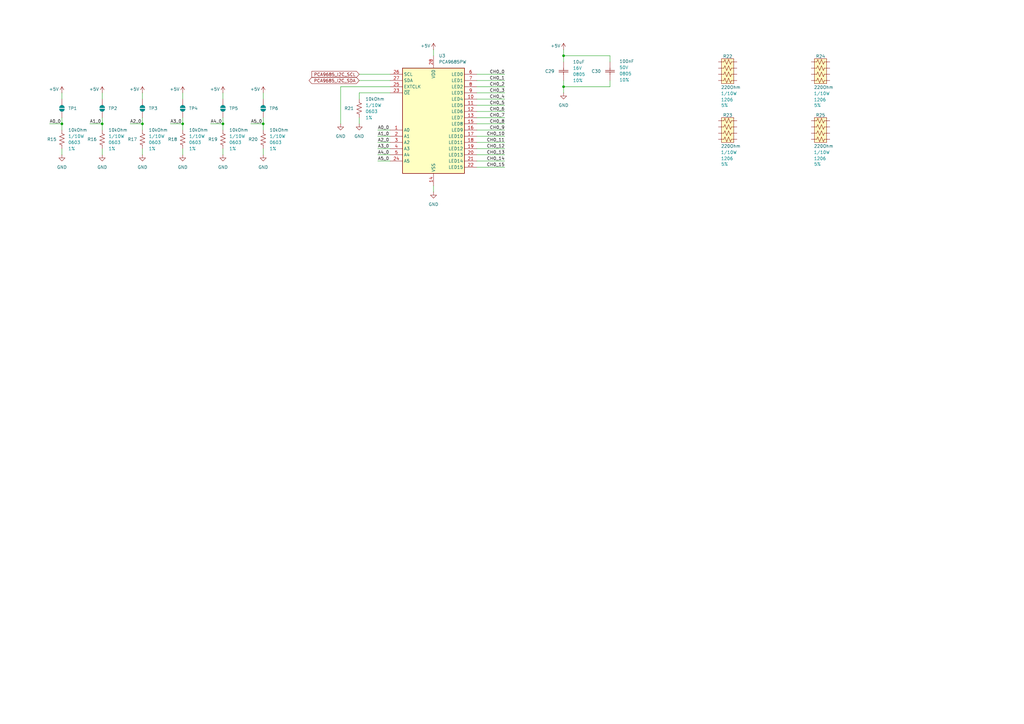
<source format=kicad_sch>
(kicad_sch (version 20250114) (generator "eeschema") (generator_version "9.0")
  (paper "A3")
  (title_block (title "SERVO DRIVERS") (date "2025-06-30"))
  (lib_symbols
    (symbol "automative_hexapod:Ceramic_Cap_0805_100nF_50V" (pin_numbers (hide yes)) (pin_names (hide yes))
      (property "Reference" "C" (at -1.524 2.794 0))
      (property "Value" "100nF" (at 0.508 -3.556 0))
      (property "Value 2" "50V" (at -0.762 -5.334 0))
      (property "Value 3" "0805" (at 0 -7.112 0))
      (property "Value 4" "10%" (at -0.508 -8.89 0))
      (symbol "Ceramic_Cap_0805_100nF_50V_1_1"
        (polyline (pts (xy -1.27 0) (xy -0.3302 0)) (stroke (width 0.2032)))
        (polyline (pts (xy -0.3302 -1.905) (xy -0.3302 1.905)) (stroke (width 0.2032)))
        (polyline (pts (xy 0.3048 0) (xy 1.27 0)) (stroke (width 0.2032)))
        (polyline (pts (xy 0.3048 -1.905) (xy 0.3048 1.905)) (stroke (width 0.2032)))
        (pin unspecified line (at -3.81 0 0) (length 2.54) (name "") (number "1"))
        (pin unspecified line (at 3.81 0 180) (length 2.54) (name "") (number "2"))
      )
    )
    (symbol "automative_hexapod:Ceramic_Cap_0805_10uF_16V" (pin_numbers (hide yes)) (pin_names (hide yes))
      (property "Reference" "C" (at -1.524 2.794 0))
      (property "Value" "10uF" (at 0.762 -3.048 0))
      (property "Value 2" "16V" (at 0.254 -4.826 0))
      (property "Value 3" "0805" (at 1.016 -6.604 0))
      (property "Value 4" "10%" (at 0.508 -8.382 0))
      (symbol "Ceramic_Cap_0805_10uF_16V_1_1"
        (polyline (pts (xy -1.27 0) (xy -0.3302 0)) (stroke (width 0.2032)))
        (polyline (pts (xy -0.3302 -1.905) (xy -0.3302 1.905)) (stroke (width 0.2032)))
        (polyline (pts (xy 0.3048 0) (xy 1.27 0)) (stroke (width 0.2032)))
        (polyline (pts (xy 0.3048 -1.905) (xy 0.3048 1.905)) (stroke (width 0.2032)))
        (pin unspecified line (at -3.81 0 0) (length 2.54) (name "") (number "1"))
        (pin unspecified line (at 3.81 0 180) (length 2.54) (name "") (number "2"))
      )
    )
    (symbol "automative_hexapod:Jumper_Open" (pin_numbers (hide yes)) (pin_names (hide yes))
      (property "Reference" "TP" (at 0.254 2.286 0))
      (symbol "Jumper_Open_0_1"
        (polyline (pts (xy -0.254 -1.016) (xy -0.254 1.016)) (stroke (width 0) (color 0 132 132 1)))
        (polyline (pts (xy 0.254 1.016) (xy 0.254 -1.016)) (stroke (width 0) (color 0 132 132 1)))
      )
      (symbol "Jumper_Open_1_1"
        (arc (start -0.254 -1.016) (mid -1.27 0) (end -0.254 1.016) (stroke (width 0) (color 0 132 132 1)) (fill (type outline)))
        (arc (start 0.254 1.016) (mid 1.27 0) (end 0.254 -1.016) (stroke (width 0) (color 0 132 132 1)) (fill (type outline)))
        (pin input line (at -3.81 0 0) (length 2.54) (name "1") (number "1"))
        (pin input line (at 3.81 0 180) (length 2.54) (name "2") (number "2"))
      )
    )
    (symbol "automative_hexapod:PCA9685PW"
      (property "Reference" "U" (at -12.7 22.225 0))
      (property "Value" "PCA9685PW" (at 1.27 22.225 0))
      (symbol "PCA9685PW_0_1"
        (rectangle (start -12.7 20.32) (end 12.7 -22.86) (stroke (width 0.254)) (fill (type background)))
      )
      (symbol "PCA9685PW_1_1"
        (pin input line (at -17.78 17.78 0) (length 5.08) (name "SCL") (number "26"))
        (pin bidirectional line (at -17.78 15.24 0) (length 5.08) (name "SDA") (number "27"))
        (pin input line (at -17.78 12.7 0) (length 5.08) (name "EXTCLK") (number "25"))
        (pin input line (at -17.78 10.16 0) (length 5.08) (name "~{OE}") (number "23"))
        (pin input line (at -17.78 -5.08 0) (length 5.08) (name "A0") (number "1"))
        (pin input line (at -17.78 -7.62 0) (length 5.08) (name "A1") (number "2"))
        (pin input line (at -17.78 -10.16 0) (length 5.08) (name "A2") (number "3"))
        (pin input line (at -17.78 -12.7 0) (length 5.08) (name "A3") (number "4"))
        (pin input line (at -17.78 -15.24 0) (length 5.08) (name "A4") (number "5"))
        (pin input line (at -17.78 -17.78 0) (length 5.08) (name "A5") (number "24"))
        (pin power_in line (at 0 25.4 270) (length 5.08) (name "VDD") (number "28"))
        (pin power_in line (at 0 -27.94 90) (length 5.08) (name "VSS") (number "14"))
        (pin output line (at 17.78 17.78 180) (length 5.08) (name "LED0") (number "6"))
        (pin output line (at 17.78 15.24 180) (length 5.08) (name "LED1") (number "7"))
        (pin output line (at 17.78 12.7 180) (length 5.08) (name "LED2") (number "8"))
        (pin output line (at 17.78 10.16 180) (length 5.08) (name "LED3") (number "9"))
        (pin output line (at 17.78 7.62 180) (length 5.08) (name "LED4") (number "10"))
        (pin output line (at 17.78 5.08 180) (length 5.08) (name "LED5") (number "11"))
        (pin output line (at 17.78 2.54 180) (length 5.08) (name "LED6") (number "12"))
        (pin output line (at 17.78 0 180) (length 5.08) (name "LED7") (number "13"))
        (pin output line (at 17.78 -2.54 180) (length 5.08) (name "LED8") (number "15"))
        (pin output line (at 17.78 -5.08 180) (length 5.08) (name "LED9") (number "16"))
        (pin output line (at 17.78 -7.62 180) (length 5.08) (name "LED10") (number "17"))
        (pin output line (at 17.78 -10.16 180) (length 5.08) (name "LED11") (number "18"))
        (pin output line (at 17.78 -12.7 180) (length 5.08) (name "LED12") (number "19"))
        (pin output line (at 17.78 -15.24 180) (length 5.08) (name "LED13") (number "20"))
        (pin output line (at 17.78 -17.78 180) (length 5.08) (name "LED14") (number "21"))
        (pin output line (at 17.78 -20.32 180) (length 5.08) (name "LED15") (number "22"))
      )
    )
    (symbol "automative_hexapod:Res_10K_0603_1%" (pin_numbers (hide yes)) (pin_names (hide yes))
      (property "Reference" "R" (at 0 2.54 0))
      (property "Value" "10kOhm" (at 0.508 -3.556 0))
      (property "Value 2" "1/10W" (at -0.508 -5.334 0))
      (property "Value 3" "0603" (at -0.762 -7.112 0))
      (property "Value 4" "1%" (at -1.778 -8.89 0))
      (symbol "Res_10K_0603_1%_0_1"
        (polyline (pts (xy -2.286 0) (xy -2.54 0)))
        (polyline (pts (xy -2.286 0) (xy -1.905 1.016) (xy -1.524 0) (xy -1.143 -1.016) (xy -0.762 0)))
        (polyline (pts (xy 0.762 0) (xy 1.143 1.016) (xy 1.524 0) (xy 1.905 -1.016) (xy 2.286 0)))
        (polyline (pts (xy 2.286 0) (xy 2.54 0)))
      )
      (symbol "Res_10K_0603_1%_1_1"
        (polyline (pts (xy -0.762 0) (xy -0.381 1.016) (xy 0 0) (xy 0.381 -1.016) (xy 0.762 0)))
        (pin passive line (at -3.81 0 0) (length 1.27) (name "~") (number "1"))
        (pin passive line (at 3.81 0 180) (length 1.27) (name "~") (number "2"))
      )
    )
    (symbol "automative_hexapod:Res_220_4D03_5%" (pin_numbers (hide yes)) (pin_names (offset 0.254) (hide yes))
      (property "Reference" "R" (at -7.112 0.254 0))
      (property "Value" "220Ohm" (at 6.604 3.048 0))
      (property "Value 2" "1/10W" (at 9.906 0.762 0))
      (property "Value 3" "1206" (at 9.144 -1.27 0))
      (property "Value 4" "5%" (at 8.128 -3.302 0))
      (symbol "Res_220_4D03_5%_0_1"
        (polyline (pts (xy -3.81 1.524) (xy -3.81 2.54)))
        (polyline (pts (xy -3.81 -2.54) (xy -3.81 -1.524)))
        (polyline (pts (xy -1.27 1.524) (xy -1.27 2.54)))
        (polyline (pts (xy -1.27 -2.54) (xy -1.27 -1.524)))
        (polyline (pts (xy 1.27 1.524) (xy 1.27 2.54)))
        (polyline (pts (xy 1.27 -2.54) (xy 1.27 -1.524)))
        (polyline (pts (xy 3.81 1.524) (xy 3.81 2.54)))
        (polyline (pts (xy 3.81 -2.54) (xy 3.81 -1.524)))
      )
      (symbol "Res_220_4D03_5%_1_1"
        (rectangle (start -5.08 2.54) (end 5.08 -2.54) (fill (type background)))
        (polyline (pts (xy -3.81 1.524) (xy -2.794 1.143) (xy -3.81 0.762) (xy -4.826 0.381) (xy -3.81 0)))
        (polyline (pts (xy -3.81 0) (xy -2.794 -0.381) (xy -3.81 -0.762) (xy -4.826 -1.143) (xy -3.81 -1.524)))
        (polyline (pts (xy -1.27 1.524) (xy -0.254 1.143) (xy -1.27 0.762) (xy -2.286 0.381) (xy -1.27 0)))
        (polyline (pts (xy -1.27 0) (xy -0.254 -0.381) (xy -1.27 -0.762) (xy -2.286 -1.143) (xy -1.27 -1.524)))
        (polyline (pts (xy 1.27 1.524) (xy 2.286 1.143) (xy 1.27 0.762) (xy 0.254 0.381) (xy 1.27 0)))
        (polyline (pts (xy 1.27 0) (xy 2.286 -0.381) (xy 1.27 -0.762) (xy 0.254 -1.143) (xy 1.27 -1.524)))
        (polyline (pts (xy 3.81 1.524) (xy 4.826 1.143) (xy 3.81 0.762) (xy 2.794 0.381) (xy 3.81 0)))
        (polyline (pts (xy 3.81 0) (xy 4.826 -0.381) (xy 3.81 -0.762) (xy 2.794 -1.143) (xy 3.81 -1.524)))
        (pin passive line (at -3.81 3.81 270) (length 1.27) (name "~") (number "1"))
        (pin passive line (at -3.81 -3.81 90) (length 1.27) (name "~") (number "8"))
        (pin passive line (at -1.27 3.81 270) (length 1.27) (name "~") (number "2"))
        (pin passive line (at -1.27 -3.81 90) (length 1.27) (name "~") (number "7"))
        (pin passive line (at 1.27 3.81 270) (length 1.27) (name "~") (number "3"))
        (pin passive line (at 1.27 -3.81 90) (length 1.27) (name "~") (number "6"))
        (pin passive line (at 3.81 3.81 270) (length 1.27) (name "~") (number "4"))
        (pin passive line (at 3.81 -3.81 90) (length 1.27) (name "~") (number "5"))
      )
    )
    (symbol "power:+5V" (power) (pin_numbers (hide yes)) (pin_names (offset 0) (hide yes))
      (property "Value" "+5V" (at 0 3.556 0))
      (symbol "+5V_0_1"
        (polyline (pts (xy -0.762 1.27) (xy 0 2.54)))
        (polyline (pts (xy 0 2.54) (xy 0.762 1.27)))
        (polyline (pts (xy 0 0) (xy 0 2.54)))
      )
      (symbol "+5V_1_1"
        (pin power_in line (at 0 0 90) (length 0) (name "~") (number "1"))
      )
    )
    (symbol "power:GND" (power) (pin_numbers (hide yes)) (pin_names (offset 0) (hide yes))
      (property "Value" "GND" (at 0 -3.81 0))
      (symbol "GND_0_1"
        (polyline (pts (xy 0 0) (xy 0 -1.27) (xy 1.27 -1.27) (xy 0 -2.54) (xy -1.27 -1.27) (xy 0 -1.27)))
      )
      (symbol "GND_1_1"
        (pin power_in line (at 0 0 270) (length 0) (name "~") (number "1"))
      )
    )
  )
  (junction (at 231.14 35.56))
  (junction (at 25.4 50.8))
  (junction (at 107.95 50.8))
  (junction (at 91.44 50.8))
  (junction (at 41.91 50.8))
  (junction (at 231.14 22.86))
  (junction (at 74.93 50.8))
  (junction (at 58.42 50.8))
  (wire (pts (xy 177.8 20.32) (xy 177.8 22.86)))
  (wire (pts (xy 91.44 63.5) (xy 91.44 60.96)))
  (wire (pts (xy 91.44 38.1) (xy 91.44 40.64)))
  (wire (pts (xy 74.93 38.1) (xy 74.93 40.64)))
  (wire (pts (xy 195.58 43.18) (xy 207.01 43.18)))
  (wire (pts (xy 53.34 50.8) (xy 58.42 50.8)))
  (wire (pts (xy 74.93 63.5) (xy 74.93 60.96)))
  (wire (pts (xy 58.42 50.8) (xy 58.42 53.34)))
  (wire (pts (xy 107.95 50.8) (xy 107.95 53.34)))
  (wire (pts (xy 154.94 60.96) (xy 160.02 60.96)))
  (wire (pts (xy 154.94 58.42) (xy 160.02 58.42)))
  (wire (pts (xy 231.14 20.32) (xy 231.14 22.86)))
  (wire (pts (xy 139.7 35.56) (xy 160.02 35.56)))
  (wire (pts (xy 195.58 35.56) (xy 207.01 35.56)))
  (wire (pts (xy 41.91 48.26) (xy 41.91 50.8)))
  (wire (pts (xy 195.58 53.34) (xy 207.01 53.34)))
  (wire (pts (xy 86.36 50.8) (xy 91.44 50.8)))
  (wire (pts (xy 25.4 50.8) (xy 25.4 53.34)))
  (wire (pts (xy 195.58 63.5) (xy 207.01 63.5)))
  (wire (pts (xy 195.58 66.04) (xy 207.01 66.04)))
  (wire (pts (xy 231.14 33.02) (xy 231.14 35.56)))
  (wire (pts (xy 195.58 40.64) (xy 207.01 40.64)))
  (wire (pts (xy 195.58 38.1) (xy 207.01 38.1)))
  (wire (pts (xy 25.4 63.5) (xy 25.4 60.96)))
  (wire (pts (xy 36.83 50.8) (xy 41.91 50.8)))
  (wire (pts (xy 231.14 22.86) (xy 231.14 25.4)))
  (wire (pts (xy 195.58 33.02) (xy 207.01 33.02)))
  (wire (pts (xy 58.42 63.5) (xy 58.42 60.96)))
  (wire (pts (xy 147.32 40.64) (xy 147.32 38.1)))
  (wire (pts (xy 41.91 38.1) (xy 41.91 40.64)))
  (wire (pts (xy 102.87 50.8) (xy 107.95 50.8)))
  (wire (pts (xy 74.93 50.8) (xy 74.93 53.34)))
  (wire (pts (xy 107.95 38.1) (xy 107.95 40.64)))
  (wire (pts (xy 195.58 50.8) (xy 207.01 50.8)))
  (wire (pts (xy 58.42 38.1) (xy 58.42 40.64)))
  (wire (pts (xy 250.19 35.56) (xy 250.19 33.02)))
  (wire (pts (xy 195.58 60.96) (xy 207.01 60.96)))
  (wire (pts (xy 195.58 30.48) (xy 207.01 30.48)))
  (wire (pts (xy 41.91 63.5) (xy 41.91 60.96)))
  (wire (pts (xy 147.32 30.48) (xy 160.02 30.48)))
  (wire (pts (xy 195.58 48.26) (xy 207.01 48.26)))
  (wire (pts (xy 58.42 48.26) (xy 58.42 50.8)))
  (wire (pts (xy 25.4 48.26) (xy 25.4 50.8)))
  (wire (pts (xy 195.58 68.58) (xy 207.01 68.58)))
  (wire (pts (xy 139.7 35.56) (xy 139.7 50.8)))
  (wire (pts (xy 20.32 50.8) (xy 25.4 50.8)))
  (wire (pts (xy 195.58 55.88) (xy 207.01 55.88)))
  (wire (pts (xy 154.94 53.34) (xy 160.02 53.34)))
  (wire (pts (xy 154.94 63.5) (xy 160.02 63.5)))
  (wire (pts (xy 91.44 50.8) (xy 91.44 53.34)))
  (wire (pts (xy 147.32 50.8) (xy 147.32 48.26)))
  (wire (pts (xy 107.95 63.5) (xy 107.95 60.96)))
  (wire (pts (xy 74.93 48.26) (xy 74.93 50.8)))
  (wire (pts (xy 154.94 55.88) (xy 160.02 55.88)))
  (wire (pts (xy 231.14 35.56) (xy 231.14 38.1)))
  (wire (pts (xy 69.85 50.8) (xy 74.93 50.8)))
  (wire (pts (xy 25.4 38.1) (xy 25.4 40.64)))
  (wire (pts (xy 177.8 78.74) (xy 177.8 76.2)))
  (wire (pts (xy 41.91 50.8) (xy 41.91 53.34)))
  (wire (pts (xy 195.58 45.72) (xy 207.01 45.72)))
  (wire (pts (xy 107.95 48.26) (xy 107.95 50.8)))
  (wire (pts (xy 250.19 22.86) (xy 231.14 22.86)))
  (wire (pts (xy 231.14 35.56) (xy 250.19 35.56)))
  (wire (pts (xy 91.44 48.26) (xy 91.44 50.8)))
  (wire (pts (xy 250.19 25.4) (xy 250.19 22.86)))
  (wire (pts (xy 154.94 66.04) (xy 160.02 66.04)))
  (wire (pts (xy 195.58 58.42) (xy 207.01 58.42)))
  (wire (pts (xy 147.32 33.02) (xy 160.02 33.02)))
  (wire (pts (xy 147.32 38.1) (xy 160.02 38.1)))
  (label "A1_0" (at 36.83 50.8 0))
  (label "A0_0" (at 154.94 53.34 0))
  (label "A5_0" (at 102.87 50.8 0))
  (label "CH0_12" (at 207.01 60.96 180))
  (label "CH0_5" (at 207.01 43.18 180))
  (label "A2_0" (at 154.94 58.42 0))
  (label "A2_0" (at 53.34 50.8 0))
  (label "CH0_9" (at 207.01 53.34 180))
  (label "A3_0" (at 154.94 60.96 0))
  (label "CH0_8" (at 207.01 50.8 180))
  (label "CH0_1" (at 207.01 33.02 180))
  (label "CH0_14" (at 207.01 66.04 180))
  (label "CH0_0" (at 207.01 30.48 180))
  (label "A3_0" (at 69.85 50.8 0))
  (label "A4_0" (at 154.94 63.5 0))
  (label "A4_0" (at 86.36 50.8 0))
  (label "A1_0" (at 154.94 55.88 0))
  (label "CH0_3" (at 207.01 38.1 180))
  (label "CH0_7" (at 207.01 48.26 180))
  (label "CH0_2" (at 207.01 35.56 180))
  (label "CH0_11" (at 207.01 58.42 180))
  (label "CH0_4" (at 207.01 40.64 180))
  (label "CH0_15" (at 207.01 68.58 180))
  (label "CH0_6" (at 207.01 45.72 180))
  (label "CH0_13" (at 207.01 63.5 180))
  (label "A5_0" (at 154.94 66.04 0))
  (label "CH0_10" (at 207.01 55.88 180))
  (label "A0_0" (at 20.32 50.8 0))
  (global_label "PCA9685_I2C_SCL" (shape input) (at 147.32 30.48 180) (property "Intersheetrefs" "${INTERSHEET_REFS}" (effects (hide yes))))
  (global_label "PCA9685_I2C_SDA" (shape bidirectional) (at 147.32 33.02 180) (property "Intersheetrefs" "${INTERSHEET_REFS}" (effects (hide yes))))
  (symbol (lib_id "automative_hexapod:Jumper_Open") (at 91.44 44.45 90) (unit 1)
    (property "Reference" "TP5" (at 93.98 44.4499 90) (effects (justify right)))
    (property "Footprint" "automative_hexapod:SolderBridgeOpen" (effects (hide yes)))
  )
  (symbol (lib_id "power:+5V") (at 231.14 20.32 0) (unit 1)
    (property "Reference" "#PWR055" (effects (hide yes)))
    (property "Value" "+5V" (at 227.838 18.796 0))
    (property "Description" "Power symbol creates a global label with name \"+5V\"" (effects (hide yes)))
  )
  (symbol (lib_id "power:GND") (at 139.7 50.8 0) (unit 1)
    (property "Reference" "#PWR051" (effects (hide yes)))
    (property "Value" "GND" (at 139.7 55.88 0))
    (property "Description" "Power symbol creates a global label with name \"GND\" , ground" (effects (hide yes)))
  )
  (symbol (lib_id "automative_hexapod:Jumper_Open") (at 74.93 44.45 90) (unit 1)
    (property "Reference" "TP4" (at 77.47 44.4499 90) (effects (justify right)))
    (property "Footprint" "automative_hexapod:SolderBridgeOpen" (effects (hide yes)))
  )
  (symbol (lib_id "power:GND") (at 58.42 63.5 0) (unit 1)
    (property "Reference" "#PWR044" (effects (hide yes)))
    (property "Value" "GND" (at 58.42 68.58 0))
    (property "Description" "Power symbol creates a global label with name \"GND\" , ground" (effects (hide yes)))
  )
  (symbol (lib_id "automative_hexapod:Jumper_Open") (at 107.95 44.45 90) (unit 1)
    (property "Reference" "TP6" (at 110.49 44.4499 90) (effects (justify right)))
    (property "Footprint" "automative_hexapod:SolderBridgeOpen" (effects (hide yes)))
  )
  (symbol (lib_id "automative_hexapod:Jumper_Open") (at 58.42 44.45 90) (unit 1)
    (property "Reference" "TP3" (at 60.96 44.4499 90) (effects (justify right)))
    (property "Footprint" "automative_hexapod:SolderBridgeOpen" (effects (hide yes)))
  )
  (symbol (lib_id "power:GND") (at 74.93 63.5 0) (unit 1)
    (property "Reference" "#PWR046" (effects (hide yes)))
    (property "Value" "GND" (at 74.93 68.58 0))
    (property "Description" "Power symbol creates a global label with name \"GND\" , ground" (effects (hide yes)))
  )
  (symbol (lib_id "power:GND") (at 147.32 50.8 0) (unit 1)
    (property "Reference" "#PWR052" (effects (hide yes)))
    (property "Value" "GND" (at 147.32 55.88 0))
    (property "Description" "Power symbol creates a global label with name \"GND\" , ground" (effects (hide yes)))
  )
  (symbol (lib_id "automative_hexapod:Ceramic_Cap_0805_10uF_16V") (at 231.14 29.21 90) (unit 1)
    (property "Reference" "C29" (at 223.52 29.21 90) (effects (justify right)))
    (property "Value" "10uF" (at 234.95 25.4 90) (effects (justify right)))
    (property "Footprint" "automative_hexapod:Ceramic_Cap_0805" (effects (hide yes)))
    (property "Description" "10%, 0805 (2012 Metric)" (effects (hide yes)))
    (property "Value 2" "16V" (at 234.95 27.94 90) (effects (justify right)))
    (property "Value 3" "0805" (at 234.95 30.48 90) (effects (justify right)))
    (property "Value 4" "10%" (at 234.95 33.02 90) (effects (justify right)))
    (property "Supply Name" "Thegioiic" (effects (hide yes)))
    (property "Supply Part Number" "Tụ Gốm 0805 10uF 16V" (effects (hide yes)))
    (property "Supply URL" "https://www.thegioiic.com/tu-gom-0805-10uf-16v" (effects (hide yes)))
  )
  (symbol (lib_id "automative_hexapod:Res_220_4D03_5%") (at 336.55 53.34 90) (unit 1)
    (property "Reference" "R25" (at 336.55 47.244 90))
    (property "Value" "220Ohm" (at 337.82 59.944 90))
    (property "Footprint" "automative_hexapod:R_Array_Convex_4x0603" (effects (hide yes)))
    (property "Description" "Resistor, small US symbol" (effects (hide yes)))
    (property "Value 2" "1/10W" (at 337.058 62.484 90))
    (property "Value 3" "1206" (at 336.296 65.024 90))
    (property "Value 4" "5%" (at 335.28 67.31 90))
    (property "Supply Name" "tme" (effects (hide yes)))
    (property "Supply Part Number" "4D03WAJ0221T5E" (effects (hide yes)))
    (property "Supply URL" "http://www.tme.vn/Product.aspx?id=1994#page=pro_info" (effects (hide yes)))
  )
  (symbol (lib_id "automative_hexapod:Jumper_Open") (at 41.91 44.45 90) (unit 1)
    (property "Reference" "TP2" (at 44.45 44.4499 90) (effects (justify right)))
    (property "Footprint" "automative_hexapod:SolderBridgeOpen" (effects (hide yes)))
  )
  (symbol (lib_id "power:GND") (at 107.95 63.5 0) (unit 1)
    (property "Reference" "#PWR050" (effects (hide yes)))
    (property "Value" "GND" (at 107.95 68.58 0))
    (property "Description" "Power symbol creates a global label with name \"GND\" , ground" (effects (hide yes)))
  )
  (symbol (lib_id "power:GND") (at 41.91 63.5 0) (unit 1)
    (property "Reference" "#PWR042" (effects (hide yes)))
    (property "Value" "GND" (at 41.91 68.58 0))
    (property "Description" "Power symbol creates a global label with name \"GND\" , ground" (effects (hide yes)))
  )
  (symbol (lib_id "automative_hexapod:Res_220_4D03_5%") (at 298.45 53.34 90) (unit 1)
    (property "Reference" "R23" (at 298.45 47.244 90))
    (property "Value" "220Ohm" (at 299.72 59.944 90))
    (property "Footprint" "automative_hexapod:R_Array_Convex_4x0603" (effects (hide yes)))
    (property "Description" "Resistor, small US symbol" (effects (hide yes)))
    (property "Value 2" "1/10W" (at 298.958 62.484 90))
    (property "Value 3" "1206" (at 298.196 65.024 90))
    (property "Value 4" "5%" (at 297.18 67.31 90))
    (property "Supply Name" "tme" (effects (hide yes)))
    (property "Supply Part Number" "4D03WAJ0221T5E" (effects (hide yes)))
    (property "Supply URL" "http://www.tme.vn/Product.aspx?id=1994#page=pro_info" (effects (hide yes)))
  )
  (symbol (lib_id "power:+5V") (at 91.44 38.1 0) (unit 1)
    (property "Reference" "#PWR047" (effects (hide yes)))
    (property "Value" "+5V" (at 88.138 36.576 0))
    (property "Description" "Power symbol creates a global label with name \"+5V\"" (effects (hide yes)))
  )
  (symbol (lib_id "automative_hexapod:Res_10K_0603_1%") (at 25.4 57.15 90) (unit 1)
    (property "Reference" "R15" (at 19.304 57.15 90) (effects (justify right)))
    (property "Value" "10kOhm" (at 27.94 53.34 90) (effects (justify right)))
    (property "Footprint" "automative_hexapod:Res_0603" (effects (hide yes)))
    (property "Description" "Res_10K_0603_1%" (effects (hide yes)))
    (property "Value 2" "1/10W" (at 27.94 55.88 90) (effects (justify right)))
    (property "Value 3" "0603" (at 27.94 58.42 90) (effects (justify right)))
    (property "Value 4" "1%" (at 27.94 60.96 90) (effects (justify right)))
    (property "Supply Name" "thegioiic" (effects (hide yes)))
    (property "Supply Part Number" "Điện Trở 10 KOhm 0603 1%" (effects (hide yes)))
    (property "Supply URL" "https://www.thegioiic.com/dien-tro-10-kohm-0603-1-" (effects (hide yes)))
  )
  (symbol (lib_id "automative_hexapod:Res_10K_0603_1%") (at 41.91 57.15 90) (unit 1)
    (property "Reference" "R16" (at 35.814 57.15 90) (effects (justify right)))
    (property "Value" "10kOhm" (at 44.45 53.34 90) (effects (justify right)))
    (property "Footprint" "automative_hexapod:Res_0603" (effects (hide yes)))
    (property "Description" "Res_10K_0603_1%" (effects (hide yes)))
    (property "Value 2" "1/10W" (at 44.45 55.88 90) (effects (justify right)))
    (property "Value 3" "0603" (at 44.45 58.42 90) (effects (justify right)))
    (property "Value 4" "1%" (at 44.45 60.96 90) (effects (justify right)))
    (property "Supply Name" "thegioiic" (effects (hide yes)))
    (property "Supply Part Number" "Điện Trở 10 KOhm 0603 1%" (effects (hide yes)))
    (property "Supply URL" "https://www.thegioiic.com/dien-tro-10-kohm-0603-1-" (effects (hide yes)))
  )
  (symbol (lib_id "power:+5V") (at 25.4 38.1 0) (unit 1)
    (property "Reference" "#PWR039" (effects (hide yes)))
    (property "Value" "+5V" (at 22.098 36.576 0))
    (property "Description" "Power symbol creates a global label with name \"+5V\"" (effects (hide yes)))
  )
  (symbol (lib_id "automative_hexapod:Res_10K_0603_1%") (at 91.44 57.15 90) (unit 1)
    (property "Reference" "R19" (at 85.344 57.15 90) (effects (justify right)))
    (property "Value" "10kOhm" (at 93.98 53.34 90) (effects (justify right)))
    (property "Footprint" "automative_hexapod:Res_0603" (effects (hide yes)))
    (property "Description" "Res_10K_0603_1%" (effects (hide yes)))
    (property "Value 2" "1/10W" (at 93.98 55.88 90) (effects (justify right)))
    (property "Value 3" "0603" (at 93.98 58.42 90) (effects (justify right)))
    (property "Value 4" "1%" (at 93.98 60.96 90) (effects (justify right)))
    (property "Supply Name" "thegioiic" (effects (hide yes)))
    (property "Supply Part Number" "Điện Trở 10 KOhm 0603 1%" (effects (hide yes)))
    (property "Supply URL" "https://www.thegioiic.com/dien-tro-10-kohm-0603-1-" (effects (hide yes)))
  )
  (symbol (lib_id "power:GND") (at 177.8 78.74 0) (unit 1)
    (property "Reference" "#PWR054" (effects (hide yes)))
    (property "Value" "GND" (at 177.8 83.82 0))
    (property "Description" "Power symbol creates a global label with name \"GND\" , ground" (effects (hide yes)))
  )
  (symbol (lib_id "automative_hexapod:Res_10K_0603_1%") (at 107.95 57.15 90) (unit 1)
    (property "Reference" "R20" (at 101.854 57.15 90) (effects (justify right)))
    (property "Value" "10kOhm" (at 110.49 53.34 90) (effects (justify right)))
    (property "Footprint" "automative_hexapod:Res_0603" (effects (hide yes)))
    (property "Description" "Res_10K_0603_1%" (effects (hide yes)))
    (property "Value 2" "1/10W" (at 110.49 55.88 90) (effects (justify right)))
    (property "Value 3" "0603" (at 110.49 58.42 90) (effects (justify right)))
    (property "Value 4" "1%" (at 110.49 60.96 90) (effects (justify right)))
    (property "Supply Name" "thegioiic" (effects (hide yes)))
    (property "Supply Part Number" "Điện Trở 10 KOhm 0603 1%" (effects (hide yes)))
    (property "Supply URL" "https://www.thegioiic.com/dien-tro-10-kohm-0603-1-" (effects (hide yes)))
  )
  (symbol (lib_id "automative_hexapod:Jumper_Open") (at 25.4 44.45 90) (unit 1)
    (property "Reference" "TP1" (at 27.94 44.4499 90) (effects (justify right)))
    (property "Footprint" "automative_hexapod:SolderBridgeOpen" (effects (hide yes)))
  )
  (symbol (lib_id "power:+5V") (at 107.95 38.1 0) (unit 1)
    (property "Reference" "#PWR049" (effects (hide yes)))
    (property "Value" "+5V" (at 104.648 36.576 0))
    (property "Description" "Power symbol creates a global label with name \"+5V\"" (effects (hide yes)))
  )
  (symbol (lib_id "power:+5V") (at 74.93 38.1 0) (unit 1)
    (property "Reference" "#PWR045" (effects (hide yes)))
    (property "Value" "+5V" (at 71.628 36.576 0))
    (property "Description" "Power symbol creates a global label with name \"+5V\"" (effects (hide yes)))
  )
  (symbol (lib_id "power:GND") (at 231.14 38.1 0) (unit 1)
    (property "Reference" "#PWR056" (effects (hide yes)))
    (property "Value" "GND" (at 231.14 43.18 0))
    (property "Description" "Power symbol creates a global label with name \"GND\" , ground" (effects (hide yes)))
  )
  (symbol (lib_id "automative_hexapod:Res_220_4D03_5%") (at 298.45 29.21 90) (unit 1)
    (property "Reference" "R22" (at 298.45 23.114 90))
    (property "Value" "220Ohm" (at 299.72 35.814 90))
    (property "Footprint" "automative_hexapod:R_Array_Convex_4x0603" (effects (hide yes)))
    (property "Description" "Resistor, small US symbol" (effects (hide yes)))
    (property "Value 2" "1/10W" (at 298.958 38.354 90))
    (property "Value 3" "1206" (at 298.196 40.894 90))
    (property "Value 4" "5%" (at 297.18 43.18 90))
    (property "Supply Name" "tme" (effects (hide yes)))
    (property "Supply Part Number" "4D03WAJ0221T5E" (effects (hide yes)))
    (property "Supply URL" "http://www.tme.vn/Product.aspx?id=1994#page=pro_info" (effects (hide yes)))
  )
  (symbol (lib_id "power:+5V") (at 58.42 38.1 0) (unit 1)
    (property "Reference" "#PWR043" (effects (hide yes)))
    (property "Value" "+5V" (at 55.118 36.576 0))
    (property "Description" "Power symbol creates a global label with name \"+5V\"" (effects (hide yes)))
  )
  (symbol (lib_id "automative_hexapod:Res_10K_0603_1%") (at 147.32 44.45 90) (unit 1)
    (property "Reference" "R21" (at 141.224 44.45 90) (effects (justify right)))
    (property "Value" "10kOhm" (at 149.86 40.64 90) (effects (justify right)))
    (property "Footprint" "automative_hexapod:Res_0603" (effects (hide yes)))
    (property "Description" "Res_10K_0603_1%" (effects (hide yes)))
    (property "Value 2" "1/10W" (at 149.86 43.18 90) (effects (justify right)))
    (property "Value 3" "0603" (at 149.86 45.72 90) (effects (justify right)))
    (property "Value 4" "1%" (at 149.86 48.26 90) (effects (justify right)))
    (property "Supply Name" "thegioiic" (effects (hide yes)))
    (property "Supply Part Number" "Điện Trở 10 KOhm 0603 1%" (effects (hide yes)))
    (property "Supply URL" "https://www.thegioiic.com/dien-tro-10-kohm-0603-1-" (effects (hide yes)))
  )
  (symbol (lib_id "automative_hexapod:Res_220_4D03_5%") (at 336.55 29.21 90) (unit 1)
    (property "Reference" "R24" (at 336.55 23.114 90))
    (property "Value" "220Ohm" (at 337.82 35.814 90))
    (property "Footprint" "automative_hexapod:R_Array_Convex_4x0603" (effects (hide yes)))
    (property "Description" "Resistor, small US symbol" (effects (hide yes)))
    (property "Value 2" "1/10W" (at 337.058 38.354 90))
    (property "Value 3" "1206" (at 336.296 40.894 90))
    (property "Value 4" "5%" (at 335.28 43.18 90))
    (property "Supply Name" "tme" (effects (hide yes)))
    (property "Supply Part Number" "4D03WAJ0221T5E" (effects (hide yes)))
    (property "Supply URL" "http://www.tme.vn/Product.aspx?id=1994#page=pro_info" (effects (hide yes)))
  )
  (symbol (lib_id "power:+5V") (at 41.91 38.1 0) (unit 1)
    (property "Reference" "#PWR041" (effects (hide yes)))
    (property "Value" "+5V" (at 38.608 36.576 0))
    (property "Description" "Power symbol creates a global label with name \"+5V\"" (effects (hide yes)))
  )
  (symbol (lib_id "automative_hexapod:Res_10K_0603_1%") (at 74.93 57.15 90) (unit 1)
    (property "Reference" "R18" (at 68.834 57.15 90) (effects (justify right)))
    (property "Value" "10kOhm" (at 77.47 53.34 90) (effects (justify right)))
    (property "Footprint" "automative_hexapod:Res_0603" (effects (hide yes)))
    (property "Description" "Res_10K_0603_1%" (effects (hide yes)))
    (property "Value 2" "1/10W" (at 77.47 55.88 90) (effects (justify right)))
    (property "Value 3" "0603" (at 77.47 58.42 90) (effects (justify right)))
    (property "Value 4" "1%" (at 77.47 60.96 90) (effects (justify right)))
    (property "Supply Name" "thegioiic" (effects (hide yes)))
    (property "Supply Part Number" "Điện Trở 10 KOhm 0603 1%" (effects (hide yes)))
    (property "Supply URL" "https://www.thegioiic.com/dien-tro-10-kohm-0603-1-" (effects (hide yes)))
  )
  (symbol (lib_id "automative_hexapod:PCA9685PW") (at 177.8 48.26 0) (unit 1)
    (property "Reference" "U3" (at 179.9433 22.86 0) (effects (justify left)))
    (property "Value" "PCA9685PW" (at 179.9433 25.4 0) (effects (justify left)))
    (property "Footprint" "automative_hexapod:TSSOP-28_4.4x9.7mm_P0.65mm" (effects (hide yes)))
    (property "Datasheet" "http://www.nxp.com/docs/en/data-sheet/PCA9685.pdf" (effects (hide yes)))
    (property "Description" "16-channel 12-bit PWM Fm+ I2C-bus LED controller RGBA TSSOP" (effects (hide yes)))
    (property "Supply Name" "icdayroi" (effects (hide yes)))
    (property "Supply Part Number" "PCA9685PW" (effects (hide yes)))
    (property "Supply URL" "https://icdayroi.com/pca9685pw" (effects (hide yes)))
  )
  (symbol (lib_id "automative_hexapod:Ceramic_Cap_0805_100nF_50V") (at 250.19 29.21 90) (unit 1)
    (property "Reference" "C30" (at 242.57 29.21 90) (effects (justify right)))
    (property "Value" "100nF" (at 254 25.146 90) (effects (justify right)))
    (property "Footprint" "automative_hexapod:Ceramic_Cap_0805" (effects (hide yes)))
    (property "Description" "10%, 0805 (2012 Metric)" (effects (hide yes)))
    (property "Value 2" "50V" (at 254 27.686 90) (effects (justify right)))
    (property "Value 3" "0805" (at 254 30.226 90) (effects (justify right)))
    (property "Value 4" "10%" (at 254 32.766 90) (effects (justify right)))
    (property "Supply Name" "Thegioiic" (effects (hide yes)))
    (property "Supply Part Number" "Tụ Gốm 0805 100nF (0.1uF) 50V" (effects (hide yes)))
    (property "Supply URL" "https://www.thegioiic.com/tu-gom-0805-100nf-0-1uf-50v" (effects (hide yes)))
  )
  (symbol (lib_id "automative_hexapod:Res_10K_0603_1%") (at 58.42 57.15 90) (unit 1)
    (property "Reference" "R17" (at 52.324 57.15 90) (effects (justify right)))
    (property "Value" "10kOhm" (at 60.96 53.34 90) (effects (justify right)))
    (property "Footprint" "automative_hexapod:Res_0603" (effects (hide yes)))
    (property "Description" "Res_10K_0603_1%" (effects (hide yes)))
    (property "Value 2" "1/10W" (at 60.96 55.88 90) (effects (justify right)))
    (property "Value 3" "0603" (at 60.96 58.42 90) (effects (justify right)))
    (property "Value 4" "1%" (at 60.96 60.96 90) (effects (justify right)))
    (property "Supply Name" "thegioiic" (effects (hide yes)))
    (property "Supply Part Number" "Điện Trở 10 KOhm 0603 1%" (effects (hide yes)))
    (property "Supply URL" "https://www.thegioiic.com/dien-tro-10-kohm-0603-1-" (effects (hide yes)))
  )
  (symbol (lib_id "power:+5V") (at 177.8 20.32 0) (unit 1)
    (property "Reference" "#PWR053" (effects (hide yes)))
    (property "Value" "+5V" (at 174.498 18.796 0))
    (property "Description" "Power symbol creates a global label with name \"+5V\"" (effects (hide yes)))
  )
  (symbol (lib_id "power:GND") (at 91.44 63.5 0) (unit 1)
    (property "Reference" "#PWR048" (effects (hide yes)))
    (property "Value" "GND" (at 91.44 68.58 0))
    (property "Description" "Power symbol creates a global label with name \"GND\" , ground" (effects (hide yes)))
  )
  (symbol (lib_id "power:GND") (at 25.4 63.5 0) (unit 1)
    (property "Reference" "#PWR040" (effects (hide yes)))
    (property "Value" "GND" (at 25.4 68.58 0))
    (property "Description" "Power symbol creates a global label with name \"GND\" , ground" (effects (hide yes)))
  )
)
</source>
